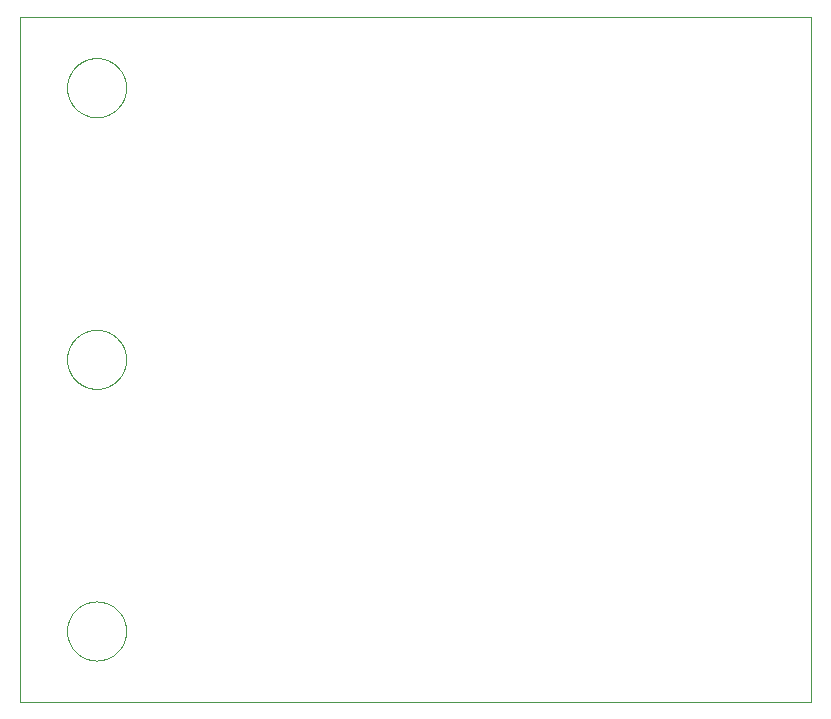
<source format=gbp>
G04 EAGLE Gerber RS-274X export*
G75*
%MOMM*%
%FSLAX34Y34*%
%LPD*%
%INPaste Mask Bottom*%
%IPPOS*%
%AMOC8*
5,1,8,0,0,1.08239X$1,22.5*%
G01*
%ADD10C,0.000000*%


D10*
X0Y0D02*
X670000Y0D01*
X670000Y580000D01*
X0Y580000D01*
X0Y0D01*
X40000Y520000D02*
X40008Y520614D01*
X40030Y521227D01*
X40068Y521839D01*
X40120Y522450D01*
X40188Y523060D01*
X40271Y523668D01*
X40368Y524274D01*
X40480Y524877D01*
X40607Y525478D01*
X40749Y526075D01*
X40906Y526668D01*
X41076Y527257D01*
X41262Y527842D01*
X41461Y528422D01*
X41675Y528997D01*
X41903Y529567D01*
X42145Y530131D01*
X42400Y530689D01*
X42669Y531240D01*
X42952Y531785D01*
X43248Y532322D01*
X43557Y532853D01*
X43879Y533375D01*
X44213Y533889D01*
X44560Y534395D01*
X44920Y534892D01*
X45291Y535381D01*
X45675Y535860D01*
X46070Y536329D01*
X46476Y536789D01*
X46894Y537239D01*
X47322Y537678D01*
X47761Y538106D01*
X48211Y538524D01*
X48671Y538930D01*
X49140Y539325D01*
X49619Y539709D01*
X50108Y540080D01*
X50605Y540440D01*
X51111Y540787D01*
X51625Y541121D01*
X52147Y541443D01*
X52678Y541752D01*
X53215Y542048D01*
X53760Y542331D01*
X54311Y542600D01*
X54869Y542855D01*
X55433Y543097D01*
X56003Y543325D01*
X56578Y543539D01*
X57158Y543738D01*
X57743Y543924D01*
X58332Y544094D01*
X58925Y544251D01*
X59522Y544393D01*
X60123Y544520D01*
X60726Y544632D01*
X61332Y544729D01*
X61940Y544812D01*
X62550Y544880D01*
X63161Y544932D01*
X63773Y544970D01*
X64386Y544992D01*
X65000Y545000D01*
X65614Y544992D01*
X66227Y544970D01*
X66839Y544932D01*
X67450Y544880D01*
X68060Y544812D01*
X68668Y544729D01*
X69274Y544632D01*
X69877Y544520D01*
X70478Y544393D01*
X71075Y544251D01*
X71668Y544094D01*
X72257Y543924D01*
X72842Y543738D01*
X73422Y543539D01*
X73997Y543325D01*
X74567Y543097D01*
X75131Y542855D01*
X75689Y542600D01*
X76240Y542331D01*
X76785Y542048D01*
X77322Y541752D01*
X77853Y541443D01*
X78375Y541121D01*
X78889Y540787D01*
X79395Y540440D01*
X79892Y540080D01*
X80381Y539709D01*
X80860Y539325D01*
X81329Y538930D01*
X81789Y538524D01*
X82239Y538106D01*
X82678Y537678D01*
X83106Y537239D01*
X83524Y536789D01*
X83930Y536329D01*
X84325Y535860D01*
X84709Y535381D01*
X85080Y534892D01*
X85440Y534395D01*
X85787Y533889D01*
X86121Y533375D01*
X86443Y532853D01*
X86752Y532322D01*
X87048Y531785D01*
X87331Y531240D01*
X87600Y530689D01*
X87855Y530131D01*
X88097Y529567D01*
X88325Y528997D01*
X88539Y528422D01*
X88738Y527842D01*
X88924Y527257D01*
X89094Y526668D01*
X89251Y526075D01*
X89393Y525478D01*
X89520Y524877D01*
X89632Y524274D01*
X89729Y523668D01*
X89812Y523060D01*
X89880Y522450D01*
X89932Y521839D01*
X89970Y521227D01*
X89992Y520614D01*
X90000Y520000D01*
X89992Y519386D01*
X89970Y518773D01*
X89932Y518161D01*
X89880Y517550D01*
X89812Y516940D01*
X89729Y516332D01*
X89632Y515726D01*
X89520Y515123D01*
X89393Y514522D01*
X89251Y513925D01*
X89094Y513332D01*
X88924Y512743D01*
X88738Y512158D01*
X88539Y511578D01*
X88325Y511003D01*
X88097Y510433D01*
X87855Y509869D01*
X87600Y509311D01*
X87331Y508760D01*
X87048Y508215D01*
X86752Y507678D01*
X86443Y507147D01*
X86121Y506625D01*
X85787Y506111D01*
X85440Y505605D01*
X85080Y505108D01*
X84709Y504619D01*
X84325Y504140D01*
X83930Y503671D01*
X83524Y503211D01*
X83106Y502761D01*
X82678Y502322D01*
X82239Y501894D01*
X81789Y501476D01*
X81329Y501070D01*
X80860Y500675D01*
X80381Y500291D01*
X79892Y499920D01*
X79395Y499560D01*
X78889Y499213D01*
X78375Y498879D01*
X77853Y498557D01*
X77322Y498248D01*
X76785Y497952D01*
X76240Y497669D01*
X75689Y497400D01*
X75131Y497145D01*
X74567Y496903D01*
X73997Y496675D01*
X73422Y496461D01*
X72842Y496262D01*
X72257Y496076D01*
X71668Y495906D01*
X71075Y495749D01*
X70478Y495607D01*
X69877Y495480D01*
X69274Y495368D01*
X68668Y495271D01*
X68060Y495188D01*
X67450Y495120D01*
X66839Y495068D01*
X66227Y495030D01*
X65614Y495008D01*
X65000Y495000D01*
X64386Y495008D01*
X63773Y495030D01*
X63161Y495068D01*
X62550Y495120D01*
X61940Y495188D01*
X61332Y495271D01*
X60726Y495368D01*
X60123Y495480D01*
X59522Y495607D01*
X58925Y495749D01*
X58332Y495906D01*
X57743Y496076D01*
X57158Y496262D01*
X56578Y496461D01*
X56003Y496675D01*
X55433Y496903D01*
X54869Y497145D01*
X54311Y497400D01*
X53760Y497669D01*
X53215Y497952D01*
X52678Y498248D01*
X52147Y498557D01*
X51625Y498879D01*
X51111Y499213D01*
X50605Y499560D01*
X50108Y499920D01*
X49619Y500291D01*
X49140Y500675D01*
X48671Y501070D01*
X48211Y501476D01*
X47761Y501894D01*
X47322Y502322D01*
X46894Y502761D01*
X46476Y503211D01*
X46070Y503671D01*
X45675Y504140D01*
X45291Y504619D01*
X44920Y505108D01*
X44560Y505605D01*
X44213Y506111D01*
X43879Y506625D01*
X43557Y507147D01*
X43248Y507678D01*
X42952Y508215D01*
X42669Y508760D01*
X42400Y509311D01*
X42145Y509869D01*
X41903Y510433D01*
X41675Y511003D01*
X41461Y511578D01*
X41262Y512158D01*
X41076Y512743D01*
X40906Y513332D01*
X40749Y513925D01*
X40607Y514522D01*
X40480Y515123D01*
X40368Y515726D01*
X40271Y516332D01*
X40188Y516940D01*
X40120Y517550D01*
X40068Y518161D01*
X40030Y518773D01*
X40008Y519386D01*
X40000Y520000D01*
X40000Y290000D02*
X40008Y290614D01*
X40030Y291227D01*
X40068Y291839D01*
X40120Y292450D01*
X40188Y293060D01*
X40271Y293668D01*
X40368Y294274D01*
X40480Y294877D01*
X40607Y295478D01*
X40749Y296075D01*
X40906Y296668D01*
X41076Y297257D01*
X41262Y297842D01*
X41461Y298422D01*
X41675Y298997D01*
X41903Y299567D01*
X42145Y300131D01*
X42400Y300689D01*
X42669Y301240D01*
X42952Y301785D01*
X43248Y302322D01*
X43557Y302853D01*
X43879Y303375D01*
X44213Y303889D01*
X44560Y304395D01*
X44920Y304892D01*
X45291Y305381D01*
X45675Y305860D01*
X46070Y306329D01*
X46476Y306789D01*
X46894Y307239D01*
X47322Y307678D01*
X47761Y308106D01*
X48211Y308524D01*
X48671Y308930D01*
X49140Y309325D01*
X49619Y309709D01*
X50108Y310080D01*
X50605Y310440D01*
X51111Y310787D01*
X51625Y311121D01*
X52147Y311443D01*
X52678Y311752D01*
X53215Y312048D01*
X53760Y312331D01*
X54311Y312600D01*
X54869Y312855D01*
X55433Y313097D01*
X56003Y313325D01*
X56578Y313539D01*
X57158Y313738D01*
X57743Y313924D01*
X58332Y314094D01*
X58925Y314251D01*
X59522Y314393D01*
X60123Y314520D01*
X60726Y314632D01*
X61332Y314729D01*
X61940Y314812D01*
X62550Y314880D01*
X63161Y314932D01*
X63773Y314970D01*
X64386Y314992D01*
X65000Y315000D01*
X65614Y314992D01*
X66227Y314970D01*
X66839Y314932D01*
X67450Y314880D01*
X68060Y314812D01*
X68668Y314729D01*
X69274Y314632D01*
X69877Y314520D01*
X70478Y314393D01*
X71075Y314251D01*
X71668Y314094D01*
X72257Y313924D01*
X72842Y313738D01*
X73422Y313539D01*
X73997Y313325D01*
X74567Y313097D01*
X75131Y312855D01*
X75689Y312600D01*
X76240Y312331D01*
X76785Y312048D01*
X77322Y311752D01*
X77853Y311443D01*
X78375Y311121D01*
X78889Y310787D01*
X79395Y310440D01*
X79892Y310080D01*
X80381Y309709D01*
X80860Y309325D01*
X81329Y308930D01*
X81789Y308524D01*
X82239Y308106D01*
X82678Y307678D01*
X83106Y307239D01*
X83524Y306789D01*
X83930Y306329D01*
X84325Y305860D01*
X84709Y305381D01*
X85080Y304892D01*
X85440Y304395D01*
X85787Y303889D01*
X86121Y303375D01*
X86443Y302853D01*
X86752Y302322D01*
X87048Y301785D01*
X87331Y301240D01*
X87600Y300689D01*
X87855Y300131D01*
X88097Y299567D01*
X88325Y298997D01*
X88539Y298422D01*
X88738Y297842D01*
X88924Y297257D01*
X89094Y296668D01*
X89251Y296075D01*
X89393Y295478D01*
X89520Y294877D01*
X89632Y294274D01*
X89729Y293668D01*
X89812Y293060D01*
X89880Y292450D01*
X89932Y291839D01*
X89970Y291227D01*
X89992Y290614D01*
X90000Y290000D01*
X89992Y289386D01*
X89970Y288773D01*
X89932Y288161D01*
X89880Y287550D01*
X89812Y286940D01*
X89729Y286332D01*
X89632Y285726D01*
X89520Y285123D01*
X89393Y284522D01*
X89251Y283925D01*
X89094Y283332D01*
X88924Y282743D01*
X88738Y282158D01*
X88539Y281578D01*
X88325Y281003D01*
X88097Y280433D01*
X87855Y279869D01*
X87600Y279311D01*
X87331Y278760D01*
X87048Y278215D01*
X86752Y277678D01*
X86443Y277147D01*
X86121Y276625D01*
X85787Y276111D01*
X85440Y275605D01*
X85080Y275108D01*
X84709Y274619D01*
X84325Y274140D01*
X83930Y273671D01*
X83524Y273211D01*
X83106Y272761D01*
X82678Y272322D01*
X82239Y271894D01*
X81789Y271476D01*
X81329Y271070D01*
X80860Y270675D01*
X80381Y270291D01*
X79892Y269920D01*
X79395Y269560D01*
X78889Y269213D01*
X78375Y268879D01*
X77853Y268557D01*
X77322Y268248D01*
X76785Y267952D01*
X76240Y267669D01*
X75689Y267400D01*
X75131Y267145D01*
X74567Y266903D01*
X73997Y266675D01*
X73422Y266461D01*
X72842Y266262D01*
X72257Y266076D01*
X71668Y265906D01*
X71075Y265749D01*
X70478Y265607D01*
X69877Y265480D01*
X69274Y265368D01*
X68668Y265271D01*
X68060Y265188D01*
X67450Y265120D01*
X66839Y265068D01*
X66227Y265030D01*
X65614Y265008D01*
X65000Y265000D01*
X64386Y265008D01*
X63773Y265030D01*
X63161Y265068D01*
X62550Y265120D01*
X61940Y265188D01*
X61332Y265271D01*
X60726Y265368D01*
X60123Y265480D01*
X59522Y265607D01*
X58925Y265749D01*
X58332Y265906D01*
X57743Y266076D01*
X57158Y266262D01*
X56578Y266461D01*
X56003Y266675D01*
X55433Y266903D01*
X54869Y267145D01*
X54311Y267400D01*
X53760Y267669D01*
X53215Y267952D01*
X52678Y268248D01*
X52147Y268557D01*
X51625Y268879D01*
X51111Y269213D01*
X50605Y269560D01*
X50108Y269920D01*
X49619Y270291D01*
X49140Y270675D01*
X48671Y271070D01*
X48211Y271476D01*
X47761Y271894D01*
X47322Y272322D01*
X46894Y272761D01*
X46476Y273211D01*
X46070Y273671D01*
X45675Y274140D01*
X45291Y274619D01*
X44920Y275108D01*
X44560Y275605D01*
X44213Y276111D01*
X43879Y276625D01*
X43557Y277147D01*
X43248Y277678D01*
X42952Y278215D01*
X42669Y278760D01*
X42400Y279311D01*
X42145Y279869D01*
X41903Y280433D01*
X41675Y281003D01*
X41461Y281578D01*
X41262Y282158D01*
X41076Y282743D01*
X40906Y283332D01*
X40749Y283925D01*
X40607Y284522D01*
X40480Y285123D01*
X40368Y285726D01*
X40271Y286332D01*
X40188Y286940D01*
X40120Y287550D01*
X40068Y288161D01*
X40030Y288773D01*
X40008Y289386D01*
X40000Y290000D01*
X40000Y60000D02*
X40008Y60614D01*
X40030Y61227D01*
X40068Y61839D01*
X40120Y62450D01*
X40188Y63060D01*
X40271Y63668D01*
X40368Y64274D01*
X40480Y64877D01*
X40607Y65478D01*
X40749Y66075D01*
X40906Y66668D01*
X41076Y67257D01*
X41262Y67842D01*
X41461Y68422D01*
X41675Y68997D01*
X41903Y69567D01*
X42145Y70131D01*
X42400Y70689D01*
X42669Y71240D01*
X42952Y71785D01*
X43248Y72322D01*
X43557Y72853D01*
X43879Y73375D01*
X44213Y73889D01*
X44560Y74395D01*
X44920Y74892D01*
X45291Y75381D01*
X45675Y75860D01*
X46070Y76329D01*
X46476Y76789D01*
X46894Y77239D01*
X47322Y77678D01*
X47761Y78106D01*
X48211Y78524D01*
X48671Y78930D01*
X49140Y79325D01*
X49619Y79709D01*
X50108Y80080D01*
X50605Y80440D01*
X51111Y80787D01*
X51625Y81121D01*
X52147Y81443D01*
X52678Y81752D01*
X53215Y82048D01*
X53760Y82331D01*
X54311Y82600D01*
X54869Y82855D01*
X55433Y83097D01*
X56003Y83325D01*
X56578Y83539D01*
X57158Y83738D01*
X57743Y83924D01*
X58332Y84094D01*
X58925Y84251D01*
X59522Y84393D01*
X60123Y84520D01*
X60726Y84632D01*
X61332Y84729D01*
X61940Y84812D01*
X62550Y84880D01*
X63161Y84932D01*
X63773Y84970D01*
X64386Y84992D01*
X65000Y85000D01*
X65614Y84992D01*
X66227Y84970D01*
X66839Y84932D01*
X67450Y84880D01*
X68060Y84812D01*
X68668Y84729D01*
X69274Y84632D01*
X69877Y84520D01*
X70478Y84393D01*
X71075Y84251D01*
X71668Y84094D01*
X72257Y83924D01*
X72842Y83738D01*
X73422Y83539D01*
X73997Y83325D01*
X74567Y83097D01*
X75131Y82855D01*
X75689Y82600D01*
X76240Y82331D01*
X76785Y82048D01*
X77322Y81752D01*
X77853Y81443D01*
X78375Y81121D01*
X78889Y80787D01*
X79395Y80440D01*
X79892Y80080D01*
X80381Y79709D01*
X80860Y79325D01*
X81329Y78930D01*
X81789Y78524D01*
X82239Y78106D01*
X82678Y77678D01*
X83106Y77239D01*
X83524Y76789D01*
X83930Y76329D01*
X84325Y75860D01*
X84709Y75381D01*
X85080Y74892D01*
X85440Y74395D01*
X85787Y73889D01*
X86121Y73375D01*
X86443Y72853D01*
X86752Y72322D01*
X87048Y71785D01*
X87331Y71240D01*
X87600Y70689D01*
X87855Y70131D01*
X88097Y69567D01*
X88325Y68997D01*
X88539Y68422D01*
X88738Y67842D01*
X88924Y67257D01*
X89094Y66668D01*
X89251Y66075D01*
X89393Y65478D01*
X89520Y64877D01*
X89632Y64274D01*
X89729Y63668D01*
X89812Y63060D01*
X89880Y62450D01*
X89932Y61839D01*
X89970Y61227D01*
X89992Y60614D01*
X90000Y60000D01*
X89992Y59386D01*
X89970Y58773D01*
X89932Y58161D01*
X89880Y57550D01*
X89812Y56940D01*
X89729Y56332D01*
X89632Y55726D01*
X89520Y55123D01*
X89393Y54522D01*
X89251Y53925D01*
X89094Y53332D01*
X88924Y52743D01*
X88738Y52158D01*
X88539Y51578D01*
X88325Y51003D01*
X88097Y50433D01*
X87855Y49869D01*
X87600Y49311D01*
X87331Y48760D01*
X87048Y48215D01*
X86752Y47678D01*
X86443Y47147D01*
X86121Y46625D01*
X85787Y46111D01*
X85440Y45605D01*
X85080Y45108D01*
X84709Y44619D01*
X84325Y44140D01*
X83930Y43671D01*
X83524Y43211D01*
X83106Y42761D01*
X82678Y42322D01*
X82239Y41894D01*
X81789Y41476D01*
X81329Y41070D01*
X80860Y40675D01*
X80381Y40291D01*
X79892Y39920D01*
X79395Y39560D01*
X78889Y39213D01*
X78375Y38879D01*
X77853Y38557D01*
X77322Y38248D01*
X76785Y37952D01*
X76240Y37669D01*
X75689Y37400D01*
X75131Y37145D01*
X74567Y36903D01*
X73997Y36675D01*
X73422Y36461D01*
X72842Y36262D01*
X72257Y36076D01*
X71668Y35906D01*
X71075Y35749D01*
X70478Y35607D01*
X69877Y35480D01*
X69274Y35368D01*
X68668Y35271D01*
X68060Y35188D01*
X67450Y35120D01*
X66839Y35068D01*
X66227Y35030D01*
X65614Y35008D01*
X65000Y35000D01*
X64386Y35008D01*
X63773Y35030D01*
X63161Y35068D01*
X62550Y35120D01*
X61940Y35188D01*
X61332Y35271D01*
X60726Y35368D01*
X60123Y35480D01*
X59522Y35607D01*
X58925Y35749D01*
X58332Y35906D01*
X57743Y36076D01*
X57158Y36262D01*
X56578Y36461D01*
X56003Y36675D01*
X55433Y36903D01*
X54869Y37145D01*
X54311Y37400D01*
X53760Y37669D01*
X53215Y37952D01*
X52678Y38248D01*
X52147Y38557D01*
X51625Y38879D01*
X51111Y39213D01*
X50605Y39560D01*
X50108Y39920D01*
X49619Y40291D01*
X49140Y40675D01*
X48671Y41070D01*
X48211Y41476D01*
X47761Y41894D01*
X47322Y42322D01*
X46894Y42761D01*
X46476Y43211D01*
X46070Y43671D01*
X45675Y44140D01*
X45291Y44619D01*
X44920Y45108D01*
X44560Y45605D01*
X44213Y46111D01*
X43879Y46625D01*
X43557Y47147D01*
X43248Y47678D01*
X42952Y48215D01*
X42669Y48760D01*
X42400Y49311D01*
X42145Y49869D01*
X41903Y50433D01*
X41675Y51003D01*
X41461Y51578D01*
X41262Y52158D01*
X41076Y52743D01*
X40906Y53332D01*
X40749Y53925D01*
X40607Y54522D01*
X40480Y55123D01*
X40368Y55726D01*
X40271Y56332D01*
X40188Y56940D01*
X40120Y57550D01*
X40068Y58161D01*
X40030Y58773D01*
X40008Y59386D01*
X40000Y60000D01*
M02*

</source>
